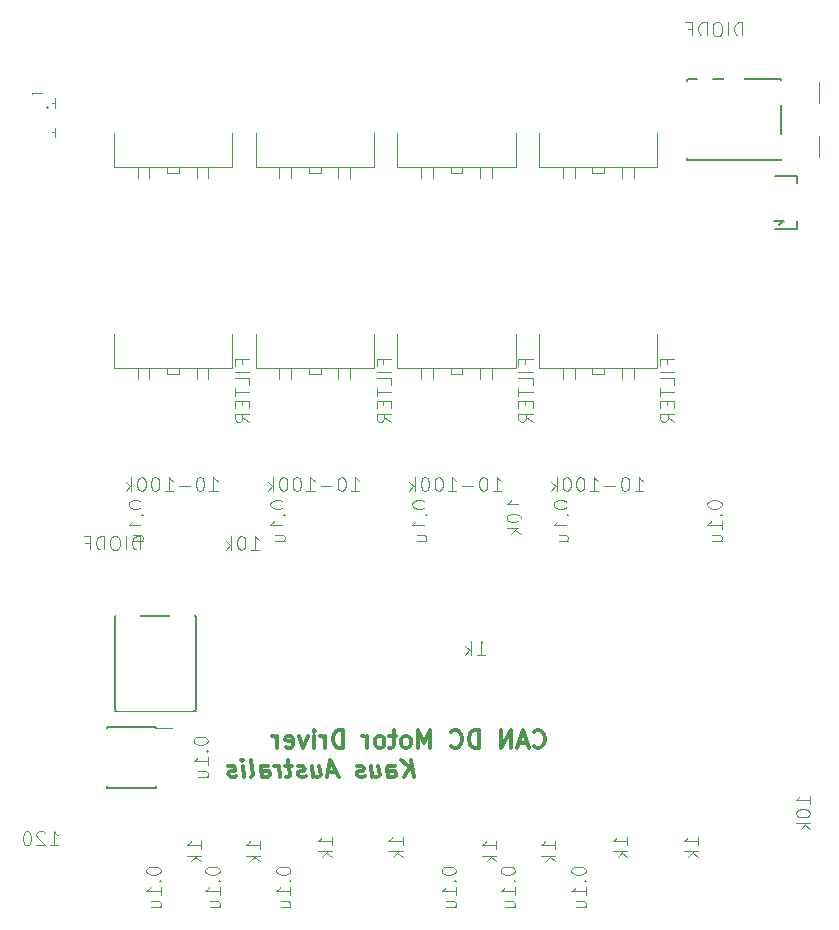
<source format=gbr>
G04 #@! TF.FileFunction,Legend,Bot*
%FSLAX46Y46*%
G04 Gerber Fmt 4.6, Leading zero omitted, Abs format (unit mm)*
G04 Created by KiCad (PCBNEW 4.0.6) date 04/15/17 20:28:12*
%MOMM*%
%LPD*%
G01*
G04 APERTURE LIST*
%ADD10C,0.100000*%
%ADD11C,0.300000*%
%ADD12C,0.150000*%
%ADD13C,0.101600*%
%ADD14R,2.200000X3.900000*%
%ADD15R,3.400000X3.900000*%
%ADD16R,10.400000X8.400000*%
%ADD17O,1.900000X2.900000*%
%ADD18C,3.400000*%
%ADD19O,2.900000X1.900000*%
%ADD20C,2.100000*%
%ADD21R,2.100000X2.100000*%
%ADD22R,1.950000X1.000000*%
%ADD23R,1.400000X1.200000*%
%ADD24R,3.448000X2.051000*%
%ADD25R,6.496000X6.496000*%
%ADD26C,1.700000*%
%ADD27R,1.700000X1.700000*%
%ADD28R,2.432000X2.432000*%
%ADD29O,2.432000X2.432000*%
%ADD30R,1.200000X1.400000*%
%ADD31O,1.400000X1.924000*%
%ADD32C,1.924000*%
%ADD33R,3.400000X6.900000*%
%ADD34R,6.851600X3.400000*%
%ADD35R,2.051000X3.448000*%
%ADD36R,2.000000X2.200000*%
%ADD37R,1.901140X1.400760*%
%ADD38R,3.399740X2.398980*%
%ADD39R,2.900000X6.900000*%
%ADD40R,2.400000X5.900000*%
%ADD41R,5.900000X2.400000*%
%ADD42C,0.026000*%
%ADD43C,0.254000*%
G04 APERTURE END LIST*
D10*
D11*
X38370535Y-66678571D02*
X38183035Y-65178571D01*
X37513392Y-66678571D02*
X38049107Y-65821429D01*
X37325892Y-65178571D02*
X38290178Y-66035714D01*
X36227678Y-66678571D02*
X36129464Y-65892857D01*
X36183036Y-65750000D01*
X36316964Y-65678571D01*
X36602678Y-65678571D01*
X36754464Y-65750000D01*
X36218750Y-66607143D02*
X36370535Y-66678571D01*
X36727678Y-66678571D01*
X36861607Y-66607143D01*
X36915179Y-66464286D01*
X36897322Y-66321429D01*
X36808035Y-66178571D01*
X36656250Y-66107143D01*
X36299107Y-66107143D01*
X36147321Y-66035714D01*
X34745535Y-65678571D02*
X34870535Y-66678571D01*
X35388392Y-65678571D02*
X35486607Y-66464286D01*
X35433036Y-66607143D01*
X35299106Y-66678571D01*
X35084821Y-66678571D01*
X34933036Y-66607143D01*
X34852678Y-66535714D01*
X34218750Y-66607143D02*
X34084821Y-66678571D01*
X33799106Y-66678571D01*
X33647321Y-66607143D01*
X33558036Y-66464286D01*
X33549107Y-66392857D01*
X33602678Y-66250000D01*
X33736606Y-66178571D01*
X33950892Y-66178571D01*
X34084821Y-66107143D01*
X34138393Y-65964286D01*
X34129464Y-65892857D01*
X34040178Y-65750000D01*
X33888392Y-65678571D01*
X33674106Y-65678571D01*
X33540178Y-65750000D01*
X31816964Y-66250000D02*
X31102678Y-66250000D01*
X32013392Y-66678571D02*
X31325892Y-65178571D01*
X31013392Y-66678571D01*
X29745535Y-65678571D02*
X29870535Y-66678571D01*
X30388392Y-65678571D02*
X30486607Y-66464286D01*
X30433036Y-66607143D01*
X30299106Y-66678571D01*
X30084821Y-66678571D01*
X29933036Y-66607143D01*
X29852678Y-66535714D01*
X29218750Y-66607143D02*
X29084821Y-66678571D01*
X28799106Y-66678571D01*
X28647321Y-66607143D01*
X28558036Y-66464286D01*
X28549107Y-66392857D01*
X28602678Y-66250000D01*
X28736606Y-66178571D01*
X28950892Y-66178571D01*
X29084821Y-66107143D01*
X29138393Y-65964286D01*
X29129464Y-65892857D01*
X29040178Y-65750000D01*
X28888392Y-65678571D01*
X28674106Y-65678571D01*
X28540178Y-65750000D01*
X28031249Y-65678571D02*
X27459820Y-65678571D01*
X27754463Y-65178571D02*
X27915178Y-66464286D01*
X27861607Y-66607143D01*
X27727677Y-66678571D01*
X27584820Y-66678571D01*
X27084820Y-66678571D02*
X26959820Y-65678571D01*
X26995535Y-65964286D02*
X26906250Y-65821429D01*
X26825892Y-65750000D01*
X26674106Y-65678571D01*
X26531249Y-65678571D01*
X25513392Y-66678571D02*
X25415178Y-65892857D01*
X25468750Y-65750000D01*
X25602678Y-65678571D01*
X25888392Y-65678571D01*
X26040178Y-65750000D01*
X25504464Y-66607143D02*
X25656249Y-66678571D01*
X26013392Y-66678571D01*
X26147321Y-66607143D01*
X26200893Y-66464286D01*
X26183036Y-66321429D01*
X26093749Y-66178571D01*
X25941964Y-66107143D01*
X25584821Y-66107143D01*
X25433035Y-66035714D01*
X24584820Y-66678571D02*
X24718750Y-66607143D01*
X24772321Y-66464286D01*
X24611606Y-65178571D01*
X24013392Y-66678571D02*
X23888392Y-65678571D01*
X23825892Y-65178571D02*
X23906250Y-65250000D01*
X23843750Y-65321429D01*
X23763393Y-65250000D01*
X23825892Y-65178571D01*
X23843750Y-65321429D01*
X23361607Y-66607143D02*
X23227678Y-66678571D01*
X22941963Y-66678571D01*
X22790178Y-66607143D01*
X22700893Y-66464286D01*
X22691964Y-66392857D01*
X22745535Y-66250000D01*
X22879463Y-66178571D01*
X23093749Y-66178571D01*
X23227678Y-66107143D01*
X23281250Y-65964286D01*
X23272321Y-65892857D01*
X23183035Y-65750000D01*
X23031249Y-65678571D01*
X22816963Y-65678571D01*
X22683035Y-65750000D01*
X48535713Y-64035714D02*
X48607142Y-64107143D01*
X48821428Y-64178571D01*
X48964285Y-64178571D01*
X49178570Y-64107143D01*
X49321428Y-63964286D01*
X49392856Y-63821429D01*
X49464285Y-63535714D01*
X49464285Y-63321429D01*
X49392856Y-63035714D01*
X49321428Y-62892857D01*
X49178570Y-62750000D01*
X48964285Y-62678571D01*
X48821428Y-62678571D01*
X48607142Y-62750000D01*
X48535713Y-62821429D01*
X47964285Y-63750000D02*
X47249999Y-63750000D01*
X48107142Y-64178571D02*
X47607142Y-62678571D01*
X47107142Y-64178571D01*
X46607142Y-64178571D02*
X46607142Y-62678571D01*
X45749999Y-64178571D01*
X45749999Y-62678571D01*
X43892856Y-64178571D02*
X43892856Y-62678571D01*
X43535713Y-62678571D01*
X43321428Y-62750000D01*
X43178570Y-62892857D01*
X43107142Y-63035714D01*
X43035713Y-63321429D01*
X43035713Y-63535714D01*
X43107142Y-63821429D01*
X43178570Y-63964286D01*
X43321428Y-64107143D01*
X43535713Y-64178571D01*
X43892856Y-64178571D01*
X41535713Y-64035714D02*
X41607142Y-64107143D01*
X41821428Y-64178571D01*
X41964285Y-64178571D01*
X42178570Y-64107143D01*
X42321428Y-63964286D01*
X42392856Y-63821429D01*
X42464285Y-63535714D01*
X42464285Y-63321429D01*
X42392856Y-63035714D01*
X42321428Y-62892857D01*
X42178570Y-62750000D01*
X41964285Y-62678571D01*
X41821428Y-62678571D01*
X41607142Y-62750000D01*
X41535713Y-62821429D01*
X39749999Y-64178571D02*
X39749999Y-62678571D01*
X39249999Y-63750000D01*
X38749999Y-62678571D01*
X38749999Y-64178571D01*
X37821427Y-64178571D02*
X37964285Y-64107143D01*
X38035713Y-64035714D01*
X38107142Y-63892857D01*
X38107142Y-63464286D01*
X38035713Y-63321429D01*
X37964285Y-63250000D01*
X37821427Y-63178571D01*
X37607142Y-63178571D01*
X37464285Y-63250000D01*
X37392856Y-63321429D01*
X37321427Y-63464286D01*
X37321427Y-63892857D01*
X37392856Y-64035714D01*
X37464285Y-64107143D01*
X37607142Y-64178571D01*
X37821427Y-64178571D01*
X36892856Y-63178571D02*
X36321427Y-63178571D01*
X36678570Y-62678571D02*
X36678570Y-63964286D01*
X36607142Y-64107143D01*
X36464284Y-64178571D01*
X36321427Y-64178571D01*
X35607141Y-64178571D02*
X35749999Y-64107143D01*
X35821427Y-64035714D01*
X35892856Y-63892857D01*
X35892856Y-63464286D01*
X35821427Y-63321429D01*
X35749999Y-63250000D01*
X35607141Y-63178571D01*
X35392856Y-63178571D01*
X35249999Y-63250000D01*
X35178570Y-63321429D01*
X35107141Y-63464286D01*
X35107141Y-63892857D01*
X35178570Y-64035714D01*
X35249999Y-64107143D01*
X35392856Y-64178571D01*
X35607141Y-64178571D01*
X34464284Y-64178571D02*
X34464284Y-63178571D01*
X34464284Y-63464286D02*
X34392856Y-63321429D01*
X34321427Y-63250000D01*
X34178570Y-63178571D01*
X34035713Y-63178571D01*
X32392856Y-64178571D02*
X32392856Y-62678571D01*
X32035713Y-62678571D01*
X31821428Y-62750000D01*
X31678570Y-62892857D01*
X31607142Y-63035714D01*
X31535713Y-63321429D01*
X31535713Y-63535714D01*
X31607142Y-63821429D01*
X31678570Y-63964286D01*
X31821428Y-64107143D01*
X32035713Y-64178571D01*
X32392856Y-64178571D01*
X30892856Y-64178571D02*
X30892856Y-63178571D01*
X30892856Y-63464286D02*
X30821428Y-63321429D01*
X30749999Y-63250000D01*
X30607142Y-63178571D01*
X30464285Y-63178571D01*
X29964285Y-64178571D02*
X29964285Y-63178571D01*
X29964285Y-62678571D02*
X30035714Y-62750000D01*
X29964285Y-62821429D01*
X29892857Y-62750000D01*
X29964285Y-62678571D01*
X29964285Y-62821429D01*
X29392856Y-63178571D02*
X29035713Y-64178571D01*
X28678571Y-63178571D01*
X27535714Y-64107143D02*
X27678571Y-64178571D01*
X27964285Y-64178571D01*
X28107142Y-64107143D01*
X28178571Y-63964286D01*
X28178571Y-63392857D01*
X28107142Y-63250000D01*
X27964285Y-63178571D01*
X27678571Y-63178571D01*
X27535714Y-63250000D01*
X27464285Y-63392857D01*
X27464285Y-63535714D01*
X28178571Y-63678571D01*
X26821428Y-64178571D02*
X26821428Y-63178571D01*
X26821428Y-63464286D02*
X26750000Y-63321429D01*
X26678571Y-63250000D01*
X26535714Y-63178571D01*
X26392857Y-63178571D01*
D10*
X30500000Y-15000000D02*
X30500000Y-15500000D01*
X30500000Y-15500000D02*
X29500000Y-15500000D01*
X29500000Y-15500000D02*
X29500000Y-15000000D01*
X28000000Y-15000000D02*
X28000000Y-19500000D01*
X28000000Y-19500000D02*
X27000000Y-19500000D01*
X27000000Y-19500000D02*
X27000000Y-15000000D01*
X33000000Y-15000000D02*
X33000000Y-19500000D01*
X33000000Y-19500000D02*
X32000000Y-19500000D01*
X32000000Y-19500000D02*
X32000000Y-15000000D01*
X25500000Y-4500000D02*
X34500000Y-4500000D01*
X34500000Y-4500000D02*
X35000000Y-5000000D01*
X25000000Y-5000000D02*
X25500000Y-4500000D01*
X25000000Y-6000000D02*
X25000000Y-5000000D01*
X35000000Y-6000000D02*
X35000000Y-5000000D01*
X35000000Y-6000000D02*
X35000000Y-15000000D01*
X25000000Y-6000000D02*
X35000000Y-6000000D01*
X25000000Y-15000000D02*
X25000000Y-6000000D01*
X25000000Y-15000000D02*
X35000000Y-15000000D01*
D12*
X16575000Y-62425000D02*
X16575000Y-62570000D01*
X12425000Y-62425000D02*
X12425000Y-62570000D01*
X12425000Y-67575000D02*
X12425000Y-67430000D01*
X16575000Y-67575000D02*
X16575000Y-67430000D01*
X16575000Y-62425000D02*
X12425000Y-62425000D01*
X16575000Y-67575000D02*
X12425000Y-67575000D01*
X16575000Y-62570000D02*
X17975000Y-62570000D01*
X69476000Y-12397000D02*
X72651000Y-12397000D01*
X72651000Y-12397000D02*
X72651000Y-14175000D01*
X72651000Y-14175000D02*
X69476000Y-14175000D01*
X69476000Y-7825000D02*
X72651000Y-7825000D01*
X72651000Y-7825000D02*
X72651000Y-9603000D01*
X72651000Y-9603000D02*
X69476000Y-9603000D01*
X63380000Y-14429000D02*
X69476000Y-14429000D01*
X69476000Y-14429000D02*
X69476000Y-7571000D01*
X69476000Y-7571000D02*
X61602000Y-7571000D01*
X61475000Y-7571000D02*
X61475000Y-14429000D01*
X61602000Y-14429000D02*
X63380000Y-14429000D01*
X17897000Y-53024000D02*
X17897000Y-49849000D01*
X17897000Y-49849000D02*
X19675000Y-49849000D01*
X19675000Y-49849000D02*
X19675000Y-53024000D01*
X13325000Y-53024000D02*
X13325000Y-49849000D01*
X13325000Y-49849000D02*
X15103000Y-49849000D01*
X15103000Y-49849000D02*
X15103000Y-53024000D01*
X19929000Y-59120000D02*
X19929000Y-53024000D01*
X19929000Y-53024000D02*
X13071000Y-53024000D01*
X13071000Y-53024000D02*
X13071000Y-60898000D01*
X13071000Y-61025000D02*
X19929000Y-61025000D01*
X19929000Y-60898000D02*
X19929000Y-59120000D01*
D10*
X18500000Y-32000000D02*
X18500000Y-32500000D01*
X18500000Y-32500000D02*
X17500000Y-32500000D01*
X17500000Y-32500000D02*
X17500000Y-32000000D01*
X16000000Y-32000000D02*
X16000000Y-36500000D01*
X16000000Y-36500000D02*
X15000000Y-36500000D01*
X15000000Y-36500000D02*
X15000000Y-32000000D01*
X21000000Y-32000000D02*
X21000000Y-36500000D01*
X21000000Y-36500000D02*
X20000000Y-36500000D01*
X20000000Y-36500000D02*
X20000000Y-32000000D01*
X13500000Y-21500000D02*
X22500000Y-21500000D01*
X22500000Y-21500000D02*
X23000000Y-22000000D01*
X13000000Y-22000000D02*
X13500000Y-21500000D01*
X13000000Y-23000000D02*
X13000000Y-22000000D01*
X23000000Y-23000000D02*
X23000000Y-22000000D01*
X23000000Y-23000000D02*
X23000000Y-32000000D01*
X13000000Y-23000000D02*
X23000000Y-23000000D01*
X13000000Y-32000000D02*
X13000000Y-23000000D01*
X13000000Y-32000000D02*
X23000000Y-32000000D01*
X30500000Y-32000000D02*
X30500000Y-32500000D01*
X30500000Y-32500000D02*
X29500000Y-32500000D01*
X29500000Y-32500000D02*
X29500000Y-32000000D01*
X28000000Y-32000000D02*
X28000000Y-36500000D01*
X28000000Y-36500000D02*
X27000000Y-36500000D01*
X27000000Y-36500000D02*
X27000000Y-32000000D01*
X33000000Y-32000000D02*
X33000000Y-36500000D01*
X33000000Y-36500000D02*
X32000000Y-36500000D01*
X32000000Y-36500000D02*
X32000000Y-32000000D01*
X25500000Y-21500000D02*
X34500000Y-21500000D01*
X34500000Y-21500000D02*
X35000000Y-22000000D01*
X25000000Y-22000000D02*
X25500000Y-21500000D01*
X25000000Y-23000000D02*
X25000000Y-22000000D01*
X35000000Y-23000000D02*
X35000000Y-22000000D01*
X35000000Y-23000000D02*
X35000000Y-32000000D01*
X25000000Y-23000000D02*
X35000000Y-23000000D01*
X25000000Y-32000000D02*
X25000000Y-23000000D01*
X25000000Y-32000000D02*
X35000000Y-32000000D01*
X42500000Y-15000000D02*
X42500000Y-15500000D01*
X42500000Y-15500000D02*
X41500000Y-15500000D01*
X41500000Y-15500000D02*
X41500000Y-15000000D01*
X40000000Y-15000000D02*
X40000000Y-19500000D01*
X40000000Y-19500000D02*
X39000000Y-19500000D01*
X39000000Y-19500000D02*
X39000000Y-15000000D01*
X45000000Y-15000000D02*
X45000000Y-19500000D01*
X45000000Y-19500000D02*
X44000000Y-19500000D01*
X44000000Y-19500000D02*
X44000000Y-15000000D01*
X37500000Y-4500000D02*
X46500000Y-4500000D01*
X46500000Y-4500000D02*
X47000000Y-5000000D01*
X37000000Y-5000000D02*
X37500000Y-4500000D01*
X37000000Y-6000000D02*
X37000000Y-5000000D01*
X47000000Y-6000000D02*
X47000000Y-5000000D01*
X47000000Y-6000000D02*
X47000000Y-15000000D01*
X37000000Y-6000000D02*
X47000000Y-6000000D01*
X37000000Y-15000000D02*
X37000000Y-6000000D01*
X37000000Y-15000000D02*
X47000000Y-15000000D01*
X42500000Y-32000000D02*
X42500000Y-32500000D01*
X42500000Y-32500000D02*
X41500000Y-32500000D01*
X41500000Y-32500000D02*
X41500000Y-32000000D01*
X40000000Y-32000000D02*
X40000000Y-36500000D01*
X40000000Y-36500000D02*
X39000000Y-36500000D01*
X39000000Y-36500000D02*
X39000000Y-32000000D01*
X45000000Y-32000000D02*
X45000000Y-36500000D01*
X45000000Y-36500000D02*
X44000000Y-36500000D01*
X44000000Y-36500000D02*
X44000000Y-32000000D01*
X37500000Y-21500000D02*
X46500000Y-21500000D01*
X46500000Y-21500000D02*
X47000000Y-22000000D01*
X37000000Y-22000000D02*
X37500000Y-21500000D01*
X37000000Y-23000000D02*
X37000000Y-22000000D01*
X47000000Y-23000000D02*
X47000000Y-22000000D01*
X47000000Y-23000000D02*
X47000000Y-32000000D01*
X37000000Y-23000000D02*
X47000000Y-23000000D01*
X37000000Y-32000000D02*
X37000000Y-23000000D01*
X37000000Y-32000000D02*
X47000000Y-32000000D01*
X54500000Y-32000000D02*
X54500000Y-32500000D01*
X54500000Y-32500000D02*
X53500000Y-32500000D01*
X53500000Y-32500000D02*
X53500000Y-32000000D01*
X52000000Y-32000000D02*
X52000000Y-36500000D01*
X52000000Y-36500000D02*
X51000000Y-36500000D01*
X51000000Y-36500000D02*
X51000000Y-32000000D01*
X57000000Y-32000000D02*
X57000000Y-36500000D01*
X57000000Y-36500000D02*
X56000000Y-36500000D01*
X56000000Y-36500000D02*
X56000000Y-32000000D01*
X49500000Y-21500000D02*
X58500000Y-21500000D01*
X58500000Y-21500000D02*
X59000000Y-22000000D01*
X49000000Y-22000000D02*
X49500000Y-21500000D01*
X49000000Y-23000000D02*
X49000000Y-22000000D01*
X59000000Y-23000000D02*
X59000000Y-22000000D01*
X59000000Y-23000000D02*
X59000000Y-32000000D01*
X49000000Y-23000000D02*
X59000000Y-23000000D01*
X49000000Y-32000000D02*
X49000000Y-23000000D01*
X49000000Y-32000000D02*
X59000000Y-32000000D01*
X54500000Y-15000000D02*
X54500000Y-15500000D01*
X54500000Y-15500000D02*
X53500000Y-15500000D01*
X53500000Y-15500000D02*
X53500000Y-15000000D01*
X52000000Y-15000000D02*
X52000000Y-19500000D01*
X52000000Y-19500000D02*
X51000000Y-19500000D01*
X51000000Y-19500000D02*
X51000000Y-15000000D01*
X57000000Y-15000000D02*
X57000000Y-19500000D01*
X57000000Y-19500000D02*
X56000000Y-19500000D01*
X56000000Y-19500000D02*
X56000000Y-15000000D01*
X49500000Y-4500000D02*
X58500000Y-4500000D01*
X58500000Y-4500000D02*
X59000000Y-5000000D01*
X49000000Y-5000000D02*
X49500000Y-4500000D01*
X49000000Y-6000000D02*
X49000000Y-5000000D01*
X59000000Y-6000000D02*
X59000000Y-5000000D01*
X59000000Y-6000000D02*
X59000000Y-15000000D01*
X49000000Y-6000000D02*
X59000000Y-6000000D01*
X49000000Y-15000000D02*
X49000000Y-6000000D01*
X49000000Y-15000000D02*
X59000000Y-15000000D01*
D12*
X69299340Y-19899920D02*
X69599060Y-19651000D01*
X69599060Y-19651000D02*
X69748920Y-19549400D01*
X69748920Y-19549400D02*
X68900560Y-19549400D01*
X70800480Y-20250440D02*
X68999620Y-20250440D01*
X70800480Y-20250440D02*
X70800480Y-19600200D01*
X70800480Y-15749560D02*
X68999620Y-15749560D01*
X70800480Y-15749560D02*
X70800480Y-16399800D01*
D10*
X18500000Y-15000000D02*
X18500000Y-15500000D01*
X18500000Y-15500000D02*
X17500000Y-15500000D01*
X17500000Y-15500000D02*
X17500000Y-15000000D01*
X16000000Y-15000000D02*
X16000000Y-19500000D01*
X16000000Y-19500000D02*
X15000000Y-19500000D01*
X15000000Y-19500000D02*
X15000000Y-15000000D01*
X21000000Y-15000000D02*
X21000000Y-19500000D01*
X21000000Y-19500000D02*
X20000000Y-19500000D01*
X20000000Y-19500000D02*
X20000000Y-15000000D01*
X13500000Y-4500000D02*
X22500000Y-4500000D01*
X22500000Y-4500000D02*
X23000000Y-5000000D01*
X13000000Y-5000000D02*
X13500000Y-4500000D01*
X13000000Y-6000000D02*
X13000000Y-5000000D01*
X23000000Y-6000000D02*
X23000000Y-5000000D01*
X23000000Y-6000000D02*
X23000000Y-15000000D01*
X13000000Y-6000000D02*
X23000000Y-6000000D01*
X13000000Y-15000000D02*
X13000000Y-6000000D01*
X13000000Y-15000000D02*
X23000000Y-15000000D01*
D13*
X21080762Y-42442548D02*
X21770190Y-42442548D01*
X21425476Y-42442548D02*
X21425476Y-41236048D01*
X21540381Y-41408405D01*
X21655286Y-41523310D01*
X21770190Y-41580762D01*
X20333881Y-41236048D02*
X20218976Y-41236048D01*
X20104071Y-41293500D01*
X20046619Y-41350952D01*
X19989166Y-41465857D01*
X19931714Y-41695667D01*
X19931714Y-41982929D01*
X19989166Y-42212738D01*
X20046619Y-42327643D01*
X20104071Y-42385095D01*
X20218976Y-42442548D01*
X20333881Y-42442548D01*
X20448785Y-42385095D01*
X20506238Y-42327643D01*
X20563690Y-42212738D01*
X20621142Y-41982929D01*
X20621142Y-41695667D01*
X20563690Y-41465857D01*
X20506238Y-41350952D01*
X20448785Y-41293500D01*
X20333881Y-41236048D01*
X19414642Y-41982929D02*
X18495404Y-41982929D01*
X17288904Y-42442548D02*
X17978332Y-42442548D01*
X17633618Y-42442548D02*
X17633618Y-41236048D01*
X17748523Y-41408405D01*
X17863428Y-41523310D01*
X17978332Y-41580762D01*
X16542023Y-41236048D02*
X16427118Y-41236048D01*
X16312213Y-41293500D01*
X16254761Y-41350952D01*
X16197308Y-41465857D01*
X16139856Y-41695667D01*
X16139856Y-41982929D01*
X16197308Y-42212738D01*
X16254761Y-42327643D01*
X16312213Y-42385095D01*
X16427118Y-42442548D01*
X16542023Y-42442548D01*
X16656927Y-42385095D01*
X16714380Y-42327643D01*
X16771832Y-42212738D01*
X16829284Y-41982929D01*
X16829284Y-41695667D01*
X16771832Y-41465857D01*
X16714380Y-41350952D01*
X16656927Y-41293500D01*
X16542023Y-41236048D01*
X15392975Y-41236048D02*
X15278070Y-41236048D01*
X15163165Y-41293500D01*
X15105713Y-41350952D01*
X15048260Y-41465857D01*
X14990808Y-41695667D01*
X14990808Y-41982929D01*
X15048260Y-42212738D01*
X15105713Y-42327643D01*
X15163165Y-42385095D01*
X15278070Y-42442548D01*
X15392975Y-42442548D01*
X15507879Y-42385095D01*
X15565332Y-42327643D01*
X15622784Y-42212738D01*
X15680236Y-41982929D01*
X15680236Y-41695667D01*
X15622784Y-41465857D01*
X15565332Y-41350952D01*
X15507879Y-41293500D01*
X15392975Y-41236048D01*
X14473736Y-42442548D02*
X14473736Y-41236048D01*
X14358831Y-41982929D02*
X14014117Y-42442548D01*
X14014117Y-41638214D02*
X14473736Y-42097833D01*
X26236048Y-43517071D02*
X26236048Y-43631976D01*
X26293500Y-43746881D01*
X26350952Y-43804333D01*
X26465857Y-43861786D01*
X26695667Y-43919238D01*
X26982929Y-43919238D01*
X27212738Y-43861786D01*
X27327643Y-43804333D01*
X27385095Y-43746881D01*
X27442548Y-43631976D01*
X27442548Y-43517071D01*
X27385095Y-43402167D01*
X27327643Y-43344714D01*
X27212738Y-43287262D01*
X26982929Y-43229810D01*
X26695667Y-43229810D01*
X26465857Y-43287262D01*
X26350952Y-43344714D01*
X26293500Y-43402167D01*
X26236048Y-43517071D01*
X27327643Y-44436310D02*
X27385095Y-44493762D01*
X27442548Y-44436310D01*
X27385095Y-44378858D01*
X27327643Y-44436310D01*
X27442548Y-44436310D01*
X27442548Y-45642810D02*
X27442548Y-44953382D01*
X27442548Y-45298096D02*
X26236048Y-45298096D01*
X26408405Y-45183191D01*
X26523310Y-45068286D01*
X26580762Y-44953382D01*
X26638214Y-46676953D02*
X27442548Y-46676953D01*
X26638214Y-46159882D02*
X27270190Y-46159882D01*
X27385095Y-46217334D01*
X27442548Y-46332239D01*
X27442548Y-46504596D01*
X27385095Y-46619501D01*
X27327643Y-46676953D01*
X50236048Y-43517071D02*
X50236048Y-43631976D01*
X50293500Y-43746881D01*
X50350952Y-43804333D01*
X50465857Y-43861786D01*
X50695667Y-43919238D01*
X50982929Y-43919238D01*
X51212738Y-43861786D01*
X51327643Y-43804333D01*
X51385095Y-43746881D01*
X51442548Y-43631976D01*
X51442548Y-43517071D01*
X51385095Y-43402167D01*
X51327643Y-43344714D01*
X51212738Y-43287262D01*
X50982929Y-43229810D01*
X50695667Y-43229810D01*
X50465857Y-43287262D01*
X50350952Y-43344714D01*
X50293500Y-43402167D01*
X50236048Y-43517071D01*
X51327643Y-44436310D02*
X51385095Y-44493762D01*
X51442548Y-44436310D01*
X51385095Y-44378858D01*
X51327643Y-44436310D01*
X51442548Y-44436310D01*
X51442548Y-45642810D02*
X51442548Y-44953382D01*
X51442548Y-45298096D02*
X50236048Y-45298096D01*
X50408405Y-45183191D01*
X50523310Y-45068286D01*
X50580762Y-44953382D01*
X50638214Y-46676953D02*
X51442548Y-46676953D01*
X50638214Y-46159882D02*
X51270190Y-46159882D01*
X51385095Y-46217334D01*
X51442548Y-46332239D01*
X51442548Y-46504596D01*
X51385095Y-46619501D01*
X51327643Y-46676953D01*
X38236048Y-43517071D02*
X38236048Y-43631976D01*
X38293500Y-43746881D01*
X38350952Y-43804333D01*
X38465857Y-43861786D01*
X38695667Y-43919238D01*
X38982929Y-43919238D01*
X39212738Y-43861786D01*
X39327643Y-43804333D01*
X39385095Y-43746881D01*
X39442548Y-43631976D01*
X39442548Y-43517071D01*
X39385095Y-43402167D01*
X39327643Y-43344714D01*
X39212738Y-43287262D01*
X38982929Y-43229810D01*
X38695667Y-43229810D01*
X38465857Y-43287262D01*
X38350952Y-43344714D01*
X38293500Y-43402167D01*
X38236048Y-43517071D01*
X39327643Y-44436310D02*
X39385095Y-44493762D01*
X39442548Y-44436310D01*
X39385095Y-44378858D01*
X39327643Y-44436310D01*
X39442548Y-44436310D01*
X39442548Y-45642810D02*
X39442548Y-44953382D01*
X39442548Y-45298096D02*
X38236048Y-45298096D01*
X38408405Y-45183191D01*
X38523310Y-45068286D01*
X38580762Y-44953382D01*
X38638214Y-46676953D02*
X39442548Y-46676953D01*
X38638214Y-46159882D02*
X39270190Y-46159882D01*
X39385095Y-46217334D01*
X39442548Y-46332239D01*
X39442548Y-46504596D01*
X39385095Y-46619501D01*
X39327643Y-46676953D01*
X71942548Y-68919238D02*
X71942548Y-68229810D01*
X71942548Y-68574524D02*
X70736048Y-68574524D01*
X70908405Y-68459619D01*
X71023310Y-68344714D01*
X71080762Y-68229810D01*
X70736048Y-69666119D02*
X70736048Y-69781024D01*
X70793500Y-69895929D01*
X70850952Y-69953381D01*
X70965857Y-70010834D01*
X71195667Y-70068286D01*
X71482929Y-70068286D01*
X71712738Y-70010834D01*
X71827643Y-69953381D01*
X71885095Y-69895929D01*
X71942548Y-69781024D01*
X71942548Y-69666119D01*
X71885095Y-69551215D01*
X71827643Y-69493762D01*
X71712738Y-69436310D01*
X71482929Y-69378858D01*
X71195667Y-69378858D01*
X70965857Y-69436310D01*
X70850952Y-69493762D01*
X70793500Y-69551215D01*
X70736048Y-69666119D01*
X71942548Y-70585358D02*
X70736048Y-70585358D01*
X71482929Y-70700263D02*
X71942548Y-71044977D01*
X71138214Y-71044977D02*
X71597833Y-70585358D01*
X43730762Y-56342548D02*
X44420190Y-56342548D01*
X44075476Y-56342548D02*
X44075476Y-55136048D01*
X44190381Y-55308405D01*
X44305286Y-55423310D01*
X44420190Y-55480762D01*
X43213690Y-56342548D02*
X43213690Y-55136048D01*
X43098785Y-55882929D02*
X42754071Y-56342548D01*
X42754071Y-55538214D02*
X43213690Y-55997833D01*
X33080762Y-42442548D02*
X33770190Y-42442548D01*
X33425476Y-42442548D02*
X33425476Y-41236048D01*
X33540381Y-41408405D01*
X33655286Y-41523310D01*
X33770190Y-41580762D01*
X32333881Y-41236048D02*
X32218976Y-41236048D01*
X32104071Y-41293500D01*
X32046619Y-41350952D01*
X31989166Y-41465857D01*
X31931714Y-41695667D01*
X31931714Y-41982929D01*
X31989166Y-42212738D01*
X32046619Y-42327643D01*
X32104071Y-42385095D01*
X32218976Y-42442548D01*
X32333881Y-42442548D01*
X32448785Y-42385095D01*
X32506238Y-42327643D01*
X32563690Y-42212738D01*
X32621142Y-41982929D01*
X32621142Y-41695667D01*
X32563690Y-41465857D01*
X32506238Y-41350952D01*
X32448785Y-41293500D01*
X32333881Y-41236048D01*
X31414642Y-41982929D02*
X30495404Y-41982929D01*
X29288904Y-42442548D02*
X29978332Y-42442548D01*
X29633618Y-42442548D02*
X29633618Y-41236048D01*
X29748523Y-41408405D01*
X29863428Y-41523310D01*
X29978332Y-41580762D01*
X28542023Y-41236048D02*
X28427118Y-41236048D01*
X28312213Y-41293500D01*
X28254761Y-41350952D01*
X28197308Y-41465857D01*
X28139856Y-41695667D01*
X28139856Y-41982929D01*
X28197308Y-42212738D01*
X28254761Y-42327643D01*
X28312213Y-42385095D01*
X28427118Y-42442548D01*
X28542023Y-42442548D01*
X28656927Y-42385095D01*
X28714380Y-42327643D01*
X28771832Y-42212738D01*
X28829284Y-41982929D01*
X28829284Y-41695667D01*
X28771832Y-41465857D01*
X28714380Y-41350952D01*
X28656927Y-41293500D01*
X28542023Y-41236048D01*
X27392975Y-41236048D02*
X27278070Y-41236048D01*
X27163165Y-41293500D01*
X27105713Y-41350952D01*
X27048260Y-41465857D01*
X26990808Y-41695667D01*
X26990808Y-41982929D01*
X27048260Y-42212738D01*
X27105713Y-42327643D01*
X27163165Y-42385095D01*
X27278070Y-42442548D01*
X27392975Y-42442548D01*
X27507879Y-42385095D01*
X27565332Y-42327643D01*
X27622784Y-42212738D01*
X27680236Y-41982929D01*
X27680236Y-41695667D01*
X27622784Y-41465857D01*
X27565332Y-41350952D01*
X27507879Y-41293500D01*
X27392975Y-41236048D01*
X26473736Y-42442548D02*
X26473736Y-41236048D01*
X26358831Y-41982929D02*
X26014117Y-42442548D01*
X26014117Y-41638214D02*
X26473736Y-42097833D01*
X57080762Y-42442548D02*
X57770190Y-42442548D01*
X57425476Y-42442548D02*
X57425476Y-41236048D01*
X57540381Y-41408405D01*
X57655286Y-41523310D01*
X57770190Y-41580762D01*
X56333881Y-41236048D02*
X56218976Y-41236048D01*
X56104071Y-41293500D01*
X56046619Y-41350952D01*
X55989166Y-41465857D01*
X55931714Y-41695667D01*
X55931714Y-41982929D01*
X55989166Y-42212738D01*
X56046619Y-42327643D01*
X56104071Y-42385095D01*
X56218976Y-42442548D01*
X56333881Y-42442548D01*
X56448785Y-42385095D01*
X56506238Y-42327643D01*
X56563690Y-42212738D01*
X56621142Y-41982929D01*
X56621142Y-41695667D01*
X56563690Y-41465857D01*
X56506238Y-41350952D01*
X56448785Y-41293500D01*
X56333881Y-41236048D01*
X55414642Y-41982929D02*
X54495404Y-41982929D01*
X53288904Y-42442548D02*
X53978332Y-42442548D01*
X53633618Y-42442548D02*
X53633618Y-41236048D01*
X53748523Y-41408405D01*
X53863428Y-41523310D01*
X53978332Y-41580762D01*
X52542023Y-41236048D02*
X52427118Y-41236048D01*
X52312213Y-41293500D01*
X52254761Y-41350952D01*
X52197308Y-41465857D01*
X52139856Y-41695667D01*
X52139856Y-41982929D01*
X52197308Y-42212738D01*
X52254761Y-42327643D01*
X52312213Y-42385095D01*
X52427118Y-42442548D01*
X52542023Y-42442548D01*
X52656927Y-42385095D01*
X52714380Y-42327643D01*
X52771832Y-42212738D01*
X52829284Y-41982929D01*
X52829284Y-41695667D01*
X52771832Y-41465857D01*
X52714380Y-41350952D01*
X52656927Y-41293500D01*
X52542023Y-41236048D01*
X51392975Y-41236048D02*
X51278070Y-41236048D01*
X51163165Y-41293500D01*
X51105713Y-41350952D01*
X51048260Y-41465857D01*
X50990808Y-41695667D01*
X50990808Y-41982929D01*
X51048260Y-42212738D01*
X51105713Y-42327643D01*
X51163165Y-42385095D01*
X51278070Y-42442548D01*
X51392975Y-42442548D01*
X51507879Y-42385095D01*
X51565332Y-42327643D01*
X51622784Y-42212738D01*
X51680236Y-41982929D01*
X51680236Y-41695667D01*
X51622784Y-41465857D01*
X51565332Y-41350952D01*
X51507879Y-41293500D01*
X51392975Y-41236048D01*
X50473736Y-42442548D02*
X50473736Y-41236048D01*
X50358831Y-41982929D02*
X50014117Y-42442548D01*
X50014117Y-41638214D02*
X50473736Y-42097833D01*
X45080762Y-42442548D02*
X45770190Y-42442548D01*
X45425476Y-42442548D02*
X45425476Y-41236048D01*
X45540381Y-41408405D01*
X45655286Y-41523310D01*
X45770190Y-41580762D01*
X44333881Y-41236048D02*
X44218976Y-41236048D01*
X44104071Y-41293500D01*
X44046619Y-41350952D01*
X43989166Y-41465857D01*
X43931714Y-41695667D01*
X43931714Y-41982929D01*
X43989166Y-42212738D01*
X44046619Y-42327643D01*
X44104071Y-42385095D01*
X44218976Y-42442548D01*
X44333881Y-42442548D01*
X44448785Y-42385095D01*
X44506238Y-42327643D01*
X44563690Y-42212738D01*
X44621142Y-41982929D01*
X44621142Y-41695667D01*
X44563690Y-41465857D01*
X44506238Y-41350952D01*
X44448785Y-41293500D01*
X44333881Y-41236048D01*
X43414642Y-41982929D02*
X42495404Y-41982929D01*
X41288904Y-42442548D02*
X41978332Y-42442548D01*
X41633618Y-42442548D02*
X41633618Y-41236048D01*
X41748523Y-41408405D01*
X41863428Y-41523310D01*
X41978332Y-41580762D01*
X40542023Y-41236048D02*
X40427118Y-41236048D01*
X40312213Y-41293500D01*
X40254761Y-41350952D01*
X40197308Y-41465857D01*
X40139856Y-41695667D01*
X40139856Y-41982929D01*
X40197308Y-42212738D01*
X40254761Y-42327643D01*
X40312213Y-42385095D01*
X40427118Y-42442548D01*
X40542023Y-42442548D01*
X40656927Y-42385095D01*
X40714380Y-42327643D01*
X40771832Y-42212738D01*
X40829284Y-41982929D01*
X40829284Y-41695667D01*
X40771832Y-41465857D01*
X40714380Y-41350952D01*
X40656927Y-41293500D01*
X40542023Y-41236048D01*
X39392975Y-41236048D02*
X39278070Y-41236048D01*
X39163165Y-41293500D01*
X39105713Y-41350952D01*
X39048260Y-41465857D01*
X38990808Y-41695667D01*
X38990808Y-41982929D01*
X39048260Y-42212738D01*
X39105713Y-42327643D01*
X39163165Y-42385095D01*
X39278070Y-42442548D01*
X39392975Y-42442548D01*
X39507879Y-42385095D01*
X39565332Y-42327643D01*
X39622784Y-42212738D01*
X39680236Y-41982929D01*
X39680236Y-41695667D01*
X39622784Y-41465857D01*
X39565332Y-41350952D01*
X39507879Y-41293500D01*
X39392975Y-41236048D01*
X38473736Y-42442548D02*
X38473736Y-41236048D01*
X38358831Y-41982929D02*
X38014117Y-42442548D01*
X38014117Y-41638214D02*
X38473736Y-42097833D01*
X7580762Y-72442548D02*
X8270190Y-72442548D01*
X7925476Y-72442548D02*
X7925476Y-71236048D01*
X8040381Y-71408405D01*
X8155286Y-71523310D01*
X8270190Y-71580762D01*
X7121142Y-71350952D02*
X7063690Y-71293500D01*
X6948785Y-71236048D01*
X6661523Y-71236048D01*
X6546619Y-71293500D01*
X6489166Y-71350952D01*
X6431714Y-71465857D01*
X6431714Y-71580762D01*
X6489166Y-71753119D01*
X7178595Y-72442548D01*
X6431714Y-72442548D01*
X5684833Y-71236048D02*
X5569928Y-71236048D01*
X5455023Y-71293500D01*
X5397571Y-71350952D01*
X5340118Y-71465857D01*
X5282666Y-71695667D01*
X5282666Y-71982929D01*
X5340118Y-72212738D01*
X5397571Y-72327643D01*
X5455023Y-72385095D01*
X5569928Y-72442548D01*
X5684833Y-72442548D01*
X5799737Y-72385095D01*
X5857190Y-72327643D01*
X5914642Y-72212738D01*
X5972094Y-71982929D01*
X5972094Y-71695667D01*
X5914642Y-71465857D01*
X5857190Y-71350952D01*
X5799737Y-71293500D01*
X5684833Y-71236048D01*
X35810571Y-31689429D02*
X35810571Y-31287262D01*
X36442548Y-31287262D02*
X35236048Y-31287262D01*
X35236048Y-31861786D01*
X36442548Y-32321405D02*
X35236048Y-32321405D01*
X36442548Y-33470453D02*
X36442548Y-32895929D01*
X35236048Y-32895929D01*
X35236048Y-33700262D02*
X35236048Y-34389690D01*
X36442548Y-34044976D02*
X35236048Y-34044976D01*
X35810571Y-34791857D02*
X35810571Y-35194024D01*
X36442548Y-35366381D02*
X36442548Y-34791857D01*
X35236048Y-34791857D01*
X35236048Y-35366381D01*
X36442548Y-36572880D02*
X35868024Y-36170714D01*
X36442548Y-35883452D02*
X35236048Y-35883452D01*
X35236048Y-36343071D01*
X35293500Y-36457976D01*
X35350952Y-36515428D01*
X35465857Y-36572880D01*
X35638214Y-36572880D01*
X35753119Y-36515428D01*
X35810571Y-36457976D01*
X35868024Y-36343071D01*
X35868024Y-35883452D01*
X23810571Y-31689429D02*
X23810571Y-31287262D01*
X24442548Y-31287262D02*
X23236048Y-31287262D01*
X23236048Y-31861786D01*
X24442548Y-32321405D02*
X23236048Y-32321405D01*
X24442548Y-33470453D02*
X24442548Y-32895929D01*
X23236048Y-32895929D01*
X23236048Y-33700262D02*
X23236048Y-34389690D01*
X24442548Y-34044976D02*
X23236048Y-34044976D01*
X23810571Y-34791857D02*
X23810571Y-35194024D01*
X24442548Y-35366381D02*
X24442548Y-34791857D01*
X23236048Y-34791857D01*
X23236048Y-35366381D01*
X24442548Y-36572880D02*
X23868024Y-36170714D01*
X24442548Y-35883452D02*
X23236048Y-35883452D01*
X23236048Y-36343071D01*
X23293500Y-36457976D01*
X23350952Y-36515428D01*
X23465857Y-36572880D01*
X23638214Y-36572880D01*
X23753119Y-36515428D01*
X23810571Y-36457976D01*
X23868024Y-36343071D01*
X23868024Y-35883452D01*
X59810571Y-31689429D02*
X59810571Y-31287262D01*
X60442548Y-31287262D02*
X59236048Y-31287262D01*
X59236048Y-31861786D01*
X60442548Y-32321405D02*
X59236048Y-32321405D01*
X60442548Y-33470453D02*
X60442548Y-32895929D01*
X59236048Y-32895929D01*
X59236048Y-33700262D02*
X59236048Y-34389690D01*
X60442548Y-34044976D02*
X59236048Y-34044976D01*
X59810571Y-34791857D02*
X59810571Y-35194024D01*
X60442548Y-35366381D02*
X60442548Y-34791857D01*
X59236048Y-34791857D01*
X59236048Y-35366381D01*
X60442548Y-36572880D02*
X59868024Y-36170714D01*
X60442548Y-35883452D02*
X59236048Y-35883452D01*
X59236048Y-36343071D01*
X59293500Y-36457976D01*
X59350952Y-36515428D01*
X59465857Y-36572880D01*
X59638214Y-36572880D01*
X59753119Y-36515428D01*
X59810571Y-36457976D01*
X59868024Y-36343071D01*
X59868024Y-35883452D01*
X47810571Y-31689429D02*
X47810571Y-31287262D01*
X48442548Y-31287262D02*
X47236048Y-31287262D01*
X47236048Y-31861786D01*
X48442548Y-32321405D02*
X47236048Y-32321405D01*
X48442548Y-33470453D02*
X48442548Y-32895929D01*
X47236048Y-32895929D01*
X47236048Y-33700262D02*
X47236048Y-34389690D01*
X48442548Y-34044976D02*
X47236048Y-34044976D01*
X47810571Y-34791857D02*
X47810571Y-35194024D01*
X48442548Y-35366381D02*
X48442548Y-34791857D01*
X47236048Y-34791857D01*
X47236048Y-35366381D01*
X48442548Y-36572880D02*
X47868024Y-36170714D01*
X48442548Y-35883452D02*
X47236048Y-35883452D01*
X47236048Y-36343071D01*
X47293500Y-36457976D01*
X47350952Y-36515428D01*
X47465857Y-36572880D01*
X47638214Y-36572880D01*
X47753119Y-36515428D01*
X47810571Y-36457976D01*
X47868024Y-36343071D01*
X47868024Y-35883452D01*
X19736048Y-63517071D02*
X19736048Y-63631976D01*
X19793500Y-63746881D01*
X19850952Y-63804333D01*
X19965857Y-63861786D01*
X20195667Y-63919238D01*
X20482929Y-63919238D01*
X20712738Y-63861786D01*
X20827643Y-63804333D01*
X20885095Y-63746881D01*
X20942548Y-63631976D01*
X20942548Y-63517071D01*
X20885095Y-63402167D01*
X20827643Y-63344714D01*
X20712738Y-63287262D01*
X20482929Y-63229810D01*
X20195667Y-63229810D01*
X19965857Y-63287262D01*
X19850952Y-63344714D01*
X19793500Y-63402167D01*
X19736048Y-63517071D01*
X20827643Y-64436310D02*
X20885095Y-64493762D01*
X20942548Y-64436310D01*
X20885095Y-64378858D01*
X20827643Y-64436310D01*
X20942548Y-64436310D01*
X20942548Y-65642810D02*
X20942548Y-64953382D01*
X20942548Y-65298096D02*
X19736048Y-65298096D01*
X19908405Y-65183191D01*
X20023310Y-65068286D01*
X20080762Y-64953382D01*
X20138214Y-66676953D02*
X20942548Y-66676953D01*
X20138214Y-66159882D02*
X20770190Y-66159882D01*
X20885095Y-66217334D01*
X20942548Y-66332239D01*
X20942548Y-66504596D01*
X20885095Y-66619501D01*
X20827643Y-66676953D01*
X47442548Y-43919238D02*
X47442548Y-43229810D01*
X47442548Y-43574524D02*
X46236048Y-43574524D01*
X46408405Y-43459619D01*
X46523310Y-43344714D01*
X46580762Y-43229810D01*
X46236048Y-44666119D02*
X46236048Y-44781024D01*
X46293500Y-44895929D01*
X46350952Y-44953381D01*
X46465857Y-45010834D01*
X46695667Y-45068286D01*
X46982929Y-45068286D01*
X47212738Y-45010834D01*
X47327643Y-44953381D01*
X47385095Y-44895929D01*
X47442548Y-44781024D01*
X47442548Y-44666119D01*
X47385095Y-44551215D01*
X47327643Y-44493762D01*
X47212738Y-44436310D01*
X46982929Y-44378858D01*
X46695667Y-44378858D01*
X46465857Y-44436310D01*
X46350952Y-44493762D01*
X46293500Y-44551215D01*
X46236048Y-44666119D01*
X47442548Y-45585358D02*
X46236048Y-45585358D01*
X46982929Y-45700263D02*
X47442548Y-46044977D01*
X46638214Y-46044977D02*
X47097833Y-45585358D01*
X31442548Y-72419238D02*
X31442548Y-71729810D01*
X31442548Y-72074524D02*
X30236048Y-72074524D01*
X30408405Y-71959619D01*
X30523310Y-71844714D01*
X30580762Y-71729810D01*
X31442548Y-72936310D02*
X30236048Y-72936310D01*
X30982929Y-73051215D02*
X31442548Y-73395929D01*
X30638214Y-73395929D02*
X31097833Y-72936310D01*
X37442548Y-72419238D02*
X37442548Y-71729810D01*
X37442548Y-72074524D02*
X36236048Y-72074524D01*
X36408405Y-71959619D01*
X36523310Y-71844714D01*
X36580762Y-71729810D01*
X37442548Y-72936310D02*
X36236048Y-72936310D01*
X36982929Y-73051215D02*
X37442548Y-73395929D01*
X36638214Y-73395929D02*
X37097833Y-72936310D01*
X56442548Y-72419238D02*
X56442548Y-71729810D01*
X56442548Y-72074524D02*
X55236048Y-72074524D01*
X55408405Y-71959619D01*
X55523310Y-71844714D01*
X55580762Y-71729810D01*
X56442548Y-72936310D02*
X55236048Y-72936310D01*
X55982929Y-73051215D02*
X56442548Y-73395929D01*
X55638214Y-73395929D02*
X56097833Y-72936310D01*
X62442548Y-72419238D02*
X62442548Y-71729810D01*
X62442548Y-72074524D02*
X61236048Y-72074524D01*
X61408405Y-71959619D01*
X61523310Y-71844714D01*
X61580762Y-71729810D01*
X62442548Y-72936310D02*
X61236048Y-72936310D01*
X61982929Y-73051215D02*
X62442548Y-73395929D01*
X61638214Y-73395929D02*
X62097833Y-72936310D01*
X14236048Y-43517071D02*
X14236048Y-43631976D01*
X14293500Y-43746881D01*
X14350952Y-43804333D01*
X14465857Y-43861786D01*
X14695667Y-43919238D01*
X14982929Y-43919238D01*
X15212738Y-43861786D01*
X15327643Y-43804333D01*
X15385095Y-43746881D01*
X15442548Y-43631976D01*
X15442548Y-43517071D01*
X15385095Y-43402167D01*
X15327643Y-43344714D01*
X15212738Y-43287262D01*
X14982929Y-43229810D01*
X14695667Y-43229810D01*
X14465857Y-43287262D01*
X14350952Y-43344714D01*
X14293500Y-43402167D01*
X14236048Y-43517071D01*
X15327643Y-44436310D02*
X15385095Y-44493762D01*
X15442548Y-44436310D01*
X15385095Y-44378858D01*
X15327643Y-44436310D01*
X15442548Y-44436310D01*
X15442548Y-45642810D02*
X15442548Y-44953382D01*
X15442548Y-45298096D02*
X14236048Y-45298096D01*
X14408405Y-45183191D01*
X14523310Y-45068286D01*
X14580762Y-44953382D01*
X14638214Y-46676953D02*
X15442548Y-46676953D01*
X14638214Y-46159882D02*
X15270190Y-46159882D01*
X15385095Y-46217334D01*
X15442548Y-46332239D01*
X15442548Y-46504596D01*
X15385095Y-46619501D01*
X15327643Y-46676953D01*
X24580762Y-47442548D02*
X25270190Y-47442548D01*
X24925476Y-47442548D02*
X24925476Y-46236048D01*
X25040381Y-46408405D01*
X25155286Y-46523310D01*
X25270190Y-46580762D01*
X23833881Y-46236048D02*
X23718976Y-46236048D01*
X23604071Y-46293500D01*
X23546619Y-46350952D01*
X23489166Y-46465857D01*
X23431714Y-46695667D01*
X23431714Y-46982929D01*
X23489166Y-47212738D01*
X23546619Y-47327643D01*
X23604071Y-47385095D01*
X23718976Y-47442548D01*
X23833881Y-47442548D01*
X23948785Y-47385095D01*
X24006238Y-47327643D01*
X24063690Y-47212738D01*
X24121142Y-46982929D01*
X24121142Y-46695667D01*
X24063690Y-46465857D01*
X24006238Y-46350952D01*
X23948785Y-46293500D01*
X23833881Y-46236048D01*
X22914642Y-47442548D02*
X22914642Y-46236048D01*
X22799737Y-46982929D02*
X22455023Y-47442548D01*
X22455023Y-46638214D02*
X22914642Y-47097833D01*
X15212738Y-47442548D02*
X15212738Y-46236048D01*
X14925476Y-46236048D01*
X14753119Y-46293500D01*
X14638214Y-46408405D01*
X14580762Y-46523310D01*
X14523310Y-46753119D01*
X14523310Y-46925476D01*
X14580762Y-47155286D01*
X14638214Y-47270190D01*
X14753119Y-47385095D01*
X14925476Y-47442548D01*
X15212738Y-47442548D01*
X14006238Y-47442548D02*
X14006238Y-46236048D01*
X13201905Y-46236048D02*
X12972095Y-46236048D01*
X12857190Y-46293500D01*
X12742286Y-46408405D01*
X12684833Y-46638214D01*
X12684833Y-47040381D01*
X12742286Y-47270190D01*
X12857190Y-47385095D01*
X12972095Y-47442548D01*
X13201905Y-47442548D01*
X13316809Y-47385095D01*
X13431714Y-47270190D01*
X13489166Y-47040381D01*
X13489166Y-46638214D01*
X13431714Y-46408405D01*
X13316809Y-46293500D01*
X13201905Y-46236048D01*
X12167762Y-47442548D02*
X12167762Y-46236048D01*
X11880500Y-46236048D01*
X11708143Y-46293500D01*
X11593238Y-46408405D01*
X11535786Y-46523310D01*
X11478334Y-46753119D01*
X11478334Y-46925476D01*
X11535786Y-47155286D01*
X11593238Y-47270190D01*
X11708143Y-47385095D01*
X11880500Y-47442548D01*
X12167762Y-47442548D01*
X10961262Y-46810571D02*
X10559095Y-46810571D01*
X10386738Y-47442548D02*
X10961262Y-47442548D01*
X10961262Y-46236048D01*
X10386738Y-46236048D01*
X66212738Y-3942548D02*
X66212738Y-2736048D01*
X65925476Y-2736048D01*
X65753119Y-2793500D01*
X65638214Y-2908405D01*
X65580762Y-3023310D01*
X65523310Y-3253119D01*
X65523310Y-3425476D01*
X65580762Y-3655286D01*
X65638214Y-3770190D01*
X65753119Y-3885095D01*
X65925476Y-3942548D01*
X66212738Y-3942548D01*
X65006238Y-3942548D02*
X65006238Y-2736048D01*
X64201905Y-2736048D02*
X63972095Y-2736048D01*
X63857190Y-2793500D01*
X63742286Y-2908405D01*
X63684833Y-3138214D01*
X63684833Y-3540381D01*
X63742286Y-3770190D01*
X63857190Y-3885095D01*
X63972095Y-3942548D01*
X64201905Y-3942548D01*
X64316809Y-3885095D01*
X64431714Y-3770190D01*
X64489166Y-3540381D01*
X64489166Y-3138214D01*
X64431714Y-2908405D01*
X64316809Y-2793500D01*
X64201905Y-2736048D01*
X63167762Y-3942548D02*
X63167762Y-2736048D01*
X62880500Y-2736048D01*
X62708143Y-2793500D01*
X62593238Y-2908405D01*
X62535786Y-3023310D01*
X62478334Y-3253119D01*
X62478334Y-3425476D01*
X62535786Y-3655286D01*
X62593238Y-3770190D01*
X62708143Y-3885095D01*
X62880500Y-3942548D01*
X63167762Y-3942548D01*
X61961262Y-3310571D02*
X61559095Y-3310571D01*
X61386738Y-3942548D02*
X61961262Y-3942548D01*
X61961262Y-2736048D01*
X61386738Y-2736048D01*
X63236048Y-43517071D02*
X63236048Y-43631976D01*
X63293500Y-43746881D01*
X63350952Y-43804333D01*
X63465857Y-43861786D01*
X63695667Y-43919238D01*
X63982929Y-43919238D01*
X64212738Y-43861786D01*
X64327643Y-43804333D01*
X64385095Y-43746881D01*
X64442548Y-43631976D01*
X64442548Y-43517071D01*
X64385095Y-43402167D01*
X64327643Y-43344714D01*
X64212738Y-43287262D01*
X63982929Y-43229810D01*
X63695667Y-43229810D01*
X63465857Y-43287262D01*
X63350952Y-43344714D01*
X63293500Y-43402167D01*
X63236048Y-43517071D01*
X64327643Y-44436310D02*
X64385095Y-44493762D01*
X64442548Y-44436310D01*
X64385095Y-44378858D01*
X64327643Y-44436310D01*
X64442548Y-44436310D01*
X64442548Y-45642810D02*
X64442548Y-44953382D01*
X64442548Y-45298096D02*
X63236048Y-45298096D01*
X63408405Y-45183191D01*
X63523310Y-45068286D01*
X63580762Y-44953382D01*
X63638214Y-46676953D02*
X64442548Y-46676953D01*
X63638214Y-46159882D02*
X64270190Y-46159882D01*
X64385095Y-46217334D01*
X64442548Y-46332239D01*
X64442548Y-46504596D01*
X64385095Y-46619501D01*
X64327643Y-46676953D01*
X20347548Y-72784238D02*
X20347548Y-72094810D01*
X20347548Y-72439524D02*
X19141048Y-72439524D01*
X19313405Y-72324619D01*
X19428310Y-72209714D01*
X19485762Y-72094810D01*
X20347548Y-73301310D02*
X19141048Y-73301310D01*
X19887929Y-73416215D02*
X20347548Y-73760929D01*
X19543214Y-73760929D02*
X20002833Y-73301310D01*
X25347548Y-72784238D02*
X25347548Y-72094810D01*
X25347548Y-72439524D02*
X24141048Y-72439524D01*
X24313405Y-72324619D01*
X24428310Y-72209714D01*
X24485762Y-72094810D01*
X25347548Y-73301310D02*
X24141048Y-73301310D01*
X24887929Y-73416215D02*
X25347548Y-73760929D01*
X24543214Y-73760929D02*
X25002833Y-73301310D01*
X45347548Y-72784238D02*
X45347548Y-72094810D01*
X45347548Y-72439524D02*
X44141048Y-72439524D01*
X44313405Y-72324619D01*
X44428310Y-72209714D01*
X44485762Y-72094810D01*
X45347548Y-73301310D02*
X44141048Y-73301310D01*
X44887929Y-73416215D02*
X45347548Y-73760929D01*
X44543214Y-73760929D02*
X45002833Y-73301310D01*
X50347548Y-72784238D02*
X50347548Y-72094810D01*
X50347548Y-72439524D02*
X49141048Y-72439524D01*
X49313405Y-72324619D01*
X49428310Y-72209714D01*
X49485762Y-72094810D01*
X50347548Y-73301310D02*
X49141048Y-73301310D01*
X49887929Y-73416215D02*
X50347548Y-73760929D01*
X49543214Y-73760929D02*
X50002833Y-73301310D01*
X26736048Y-74517071D02*
X26736048Y-74631976D01*
X26793500Y-74746881D01*
X26850952Y-74804333D01*
X26965857Y-74861786D01*
X27195667Y-74919238D01*
X27482929Y-74919238D01*
X27712738Y-74861786D01*
X27827643Y-74804333D01*
X27885095Y-74746881D01*
X27942548Y-74631976D01*
X27942548Y-74517071D01*
X27885095Y-74402167D01*
X27827643Y-74344714D01*
X27712738Y-74287262D01*
X27482929Y-74229810D01*
X27195667Y-74229810D01*
X26965857Y-74287262D01*
X26850952Y-74344714D01*
X26793500Y-74402167D01*
X26736048Y-74517071D01*
X27827643Y-75436310D02*
X27885095Y-75493762D01*
X27942548Y-75436310D01*
X27885095Y-75378858D01*
X27827643Y-75436310D01*
X27942548Y-75436310D01*
X27942548Y-76642810D02*
X27942548Y-75953382D01*
X27942548Y-76298096D02*
X26736048Y-76298096D01*
X26908405Y-76183191D01*
X27023310Y-76068286D01*
X27080762Y-75953382D01*
X27138214Y-77676953D02*
X27942548Y-77676953D01*
X27138214Y-77159882D02*
X27770190Y-77159882D01*
X27885095Y-77217334D01*
X27942548Y-77332239D01*
X27942548Y-77504596D01*
X27885095Y-77619501D01*
X27827643Y-77676953D01*
X51736048Y-74517071D02*
X51736048Y-74631976D01*
X51793500Y-74746881D01*
X51850952Y-74804333D01*
X51965857Y-74861786D01*
X52195667Y-74919238D01*
X52482929Y-74919238D01*
X52712738Y-74861786D01*
X52827643Y-74804333D01*
X52885095Y-74746881D01*
X52942548Y-74631976D01*
X52942548Y-74517071D01*
X52885095Y-74402167D01*
X52827643Y-74344714D01*
X52712738Y-74287262D01*
X52482929Y-74229810D01*
X52195667Y-74229810D01*
X51965857Y-74287262D01*
X51850952Y-74344714D01*
X51793500Y-74402167D01*
X51736048Y-74517071D01*
X52827643Y-75436310D02*
X52885095Y-75493762D01*
X52942548Y-75436310D01*
X52885095Y-75378858D01*
X52827643Y-75436310D01*
X52942548Y-75436310D01*
X52942548Y-76642810D02*
X52942548Y-75953382D01*
X52942548Y-76298096D02*
X51736048Y-76298096D01*
X51908405Y-76183191D01*
X52023310Y-76068286D01*
X52080762Y-75953382D01*
X52138214Y-77676953D02*
X52942548Y-77676953D01*
X52138214Y-77159882D02*
X52770190Y-77159882D01*
X52885095Y-77217334D01*
X52942548Y-77332239D01*
X52942548Y-77504596D01*
X52885095Y-77619501D01*
X52827643Y-77676953D01*
X15736048Y-74517071D02*
X15736048Y-74631976D01*
X15793500Y-74746881D01*
X15850952Y-74804333D01*
X15965857Y-74861786D01*
X16195667Y-74919238D01*
X16482929Y-74919238D01*
X16712738Y-74861786D01*
X16827643Y-74804333D01*
X16885095Y-74746881D01*
X16942548Y-74631976D01*
X16942548Y-74517071D01*
X16885095Y-74402167D01*
X16827643Y-74344714D01*
X16712738Y-74287262D01*
X16482929Y-74229810D01*
X16195667Y-74229810D01*
X15965857Y-74287262D01*
X15850952Y-74344714D01*
X15793500Y-74402167D01*
X15736048Y-74517071D01*
X16827643Y-75436310D02*
X16885095Y-75493762D01*
X16942548Y-75436310D01*
X16885095Y-75378858D01*
X16827643Y-75436310D01*
X16942548Y-75436310D01*
X16942548Y-76642810D02*
X16942548Y-75953382D01*
X16942548Y-76298096D02*
X15736048Y-76298096D01*
X15908405Y-76183191D01*
X16023310Y-76068286D01*
X16080762Y-75953382D01*
X16138214Y-77676953D02*
X16942548Y-77676953D01*
X16138214Y-77159882D02*
X16770190Y-77159882D01*
X16885095Y-77217334D01*
X16942548Y-77332239D01*
X16942548Y-77504596D01*
X16885095Y-77619501D01*
X16827643Y-77676953D01*
X20736048Y-74517071D02*
X20736048Y-74631976D01*
X20793500Y-74746881D01*
X20850952Y-74804333D01*
X20965857Y-74861786D01*
X21195667Y-74919238D01*
X21482929Y-74919238D01*
X21712738Y-74861786D01*
X21827643Y-74804333D01*
X21885095Y-74746881D01*
X21942548Y-74631976D01*
X21942548Y-74517071D01*
X21885095Y-74402167D01*
X21827643Y-74344714D01*
X21712738Y-74287262D01*
X21482929Y-74229810D01*
X21195667Y-74229810D01*
X20965857Y-74287262D01*
X20850952Y-74344714D01*
X20793500Y-74402167D01*
X20736048Y-74517071D01*
X21827643Y-75436310D02*
X21885095Y-75493762D01*
X21942548Y-75436310D01*
X21885095Y-75378858D01*
X21827643Y-75436310D01*
X21942548Y-75436310D01*
X21942548Y-76642810D02*
X21942548Y-75953382D01*
X21942548Y-76298096D02*
X20736048Y-76298096D01*
X20908405Y-76183191D01*
X21023310Y-76068286D01*
X21080762Y-75953382D01*
X21138214Y-77676953D02*
X21942548Y-77676953D01*
X21138214Y-77159882D02*
X21770190Y-77159882D01*
X21885095Y-77217334D01*
X21942548Y-77332239D01*
X21942548Y-77504596D01*
X21885095Y-77619501D01*
X21827643Y-77676953D01*
X40736048Y-74517071D02*
X40736048Y-74631976D01*
X40793500Y-74746881D01*
X40850952Y-74804333D01*
X40965857Y-74861786D01*
X41195667Y-74919238D01*
X41482929Y-74919238D01*
X41712738Y-74861786D01*
X41827643Y-74804333D01*
X41885095Y-74746881D01*
X41942548Y-74631976D01*
X41942548Y-74517071D01*
X41885095Y-74402167D01*
X41827643Y-74344714D01*
X41712738Y-74287262D01*
X41482929Y-74229810D01*
X41195667Y-74229810D01*
X40965857Y-74287262D01*
X40850952Y-74344714D01*
X40793500Y-74402167D01*
X40736048Y-74517071D01*
X41827643Y-75436310D02*
X41885095Y-75493762D01*
X41942548Y-75436310D01*
X41885095Y-75378858D01*
X41827643Y-75436310D01*
X41942548Y-75436310D01*
X41942548Y-76642810D02*
X41942548Y-75953382D01*
X41942548Y-76298096D02*
X40736048Y-76298096D01*
X40908405Y-76183191D01*
X41023310Y-76068286D01*
X41080762Y-75953382D01*
X41138214Y-77676953D02*
X41942548Y-77676953D01*
X41138214Y-77159882D02*
X41770190Y-77159882D01*
X41885095Y-77217334D01*
X41942548Y-77332239D01*
X41942548Y-77504596D01*
X41885095Y-77619501D01*
X41827643Y-77676953D01*
X45736048Y-74517071D02*
X45736048Y-74631976D01*
X45793500Y-74746881D01*
X45850952Y-74804333D01*
X45965857Y-74861786D01*
X46195667Y-74919238D01*
X46482929Y-74919238D01*
X46712738Y-74861786D01*
X46827643Y-74804333D01*
X46885095Y-74746881D01*
X46942548Y-74631976D01*
X46942548Y-74517071D01*
X46885095Y-74402167D01*
X46827643Y-74344714D01*
X46712738Y-74287262D01*
X46482929Y-74229810D01*
X46195667Y-74229810D01*
X45965857Y-74287262D01*
X45850952Y-74344714D01*
X45793500Y-74402167D01*
X45736048Y-74517071D01*
X46827643Y-75436310D02*
X46885095Y-75493762D01*
X46942548Y-75436310D01*
X46885095Y-75378858D01*
X46827643Y-75436310D01*
X46942548Y-75436310D01*
X46942548Y-76642810D02*
X46942548Y-75953382D01*
X46942548Y-76298096D02*
X45736048Y-76298096D01*
X45908405Y-76183191D01*
X46023310Y-76068286D01*
X46080762Y-75953382D01*
X46138214Y-77676953D02*
X46942548Y-77676953D01*
X46138214Y-77159882D02*
X46770190Y-77159882D01*
X46885095Y-77217334D01*
X46942548Y-77332239D01*
X46942548Y-77504596D01*
X46885095Y-77619501D01*
X46827643Y-77676953D01*
X7965667Y-11678214D02*
X7965667Y-12482548D01*
X8252929Y-11218595D02*
X8540190Y-12080381D01*
X7793310Y-12080381D01*
X7333690Y-12367643D02*
X7276238Y-12425095D01*
X7333690Y-12482548D01*
X7391142Y-12425095D01*
X7333690Y-12367643D01*
X7333690Y-12482548D01*
X6874071Y-11276048D02*
X6069738Y-11276048D01*
X6586809Y-12482548D01*
X5093047Y-11678214D02*
X5093047Y-12482548D01*
X5610118Y-11678214D02*
X5610118Y-12310190D01*
X5552666Y-12425095D01*
X5437761Y-12482548D01*
X5265404Y-12482548D01*
X5150499Y-12425095D01*
X5093047Y-12367643D01*
X7965667Y-9178214D02*
X7965667Y-9982548D01*
X8252929Y-8718595D02*
X8540190Y-9580381D01*
X7793310Y-9580381D01*
X7333690Y-9867643D02*
X7276238Y-9925095D01*
X7333690Y-9982548D01*
X7391142Y-9925095D01*
X7333690Y-9867643D01*
X7333690Y-9982548D01*
X6874071Y-8776048D02*
X6069738Y-8776048D01*
X6586809Y-9982548D01*
X5093047Y-9178214D02*
X5093047Y-9982548D01*
X5610118Y-9178214D02*
X5610118Y-9810190D01*
X5552666Y-9925095D01*
X5437761Y-9982548D01*
X5265404Y-9982548D01*
X5150499Y-9925095D01*
X5093047Y-9867643D01*
%LPC*%
D14*
X32540000Y-18000000D03*
D15*
X27460000Y-18000000D03*
D16*
X30000000Y-8000000D03*
D17*
X52500000Y-70000000D03*
X55000000Y-70000000D03*
X57500000Y-70000000D03*
X60000000Y-70000000D03*
D18*
X56250000Y-76500000D03*
D17*
X15000000Y-70000000D03*
X17500000Y-70000000D03*
X20000000Y-70000000D03*
X22500000Y-70000000D03*
D18*
X18750000Y-76500000D03*
D19*
X9000000Y-58500000D03*
X9000000Y-61000000D03*
X9000000Y-63500000D03*
X9000000Y-66000000D03*
D18*
X2500000Y-62250000D03*
D20*
X4000000Y-31500000D03*
D21*
X9000000Y-31500000D03*
D22*
X17200000Y-63095000D03*
X17200000Y-64365000D03*
X17200000Y-65635000D03*
X17200000Y-66905000D03*
X11800000Y-66905000D03*
X11800000Y-65635000D03*
X11800000Y-64365000D03*
X11800000Y-63095000D03*
D23*
X20000000Y-45400000D03*
X20000000Y-43600000D03*
D24*
X71000000Y-8714000D03*
D25*
X64650000Y-11000000D03*
D24*
X71000000Y-13286000D03*
D26*
X16500000Y-50500000D03*
D27*
X16500000Y-48000000D03*
D28*
X1500000Y-70500000D03*
D29*
X4040000Y-70500000D03*
D23*
X28000000Y-43600000D03*
X28000000Y-45400000D03*
X52000000Y-43600000D03*
X52000000Y-45400000D03*
X40000000Y-43600000D03*
X40000000Y-45400000D03*
X70000000Y-68350000D03*
X70000000Y-70150000D03*
D30*
X46650000Y-55500000D03*
X44850000Y-55500000D03*
D23*
X32000000Y-45400000D03*
X32000000Y-43600000D03*
X56000000Y-45400000D03*
X56000000Y-43600000D03*
X44000000Y-45400000D03*
X44000000Y-43600000D03*
D30*
X7900000Y-70500000D03*
X6100000Y-70500000D03*
D23*
X34500000Y-33100000D03*
X34500000Y-34900000D03*
X22500000Y-33100000D03*
X22500000Y-34900000D03*
X58500000Y-33100000D03*
X58500000Y-34900000D03*
X46500000Y-33100000D03*
X46500000Y-34900000D03*
X19000000Y-64100000D03*
X19000000Y-65900000D03*
X48000000Y-43600000D03*
X48000000Y-45400000D03*
X32500000Y-73400000D03*
X32500000Y-71600000D03*
X35000000Y-73400000D03*
X35000000Y-71600000D03*
X57500000Y-73400000D03*
X57500000Y-71600000D03*
X60000000Y-73400000D03*
X60000000Y-71600000D03*
X16000000Y-43600000D03*
X16000000Y-45400000D03*
X24000000Y-43600000D03*
X24000000Y-45400000D03*
D31*
X71500000Y-67250000D03*
X70000000Y-67250000D03*
X68500000Y-67250000D03*
X67000000Y-67250000D03*
X65500000Y-67250000D03*
X64000000Y-67250000D03*
D32*
X71810000Y-62540000D03*
X71810000Y-60000000D03*
X71810000Y-57460000D03*
X64190000Y-57460000D03*
X64190000Y-60000000D03*
X64190000Y-62540000D03*
D19*
X9000000Y-46000000D03*
X9000000Y-48500000D03*
X9000000Y-51000000D03*
X9000000Y-53500000D03*
D18*
X2500000Y-49750000D03*
D33*
X9800000Y-12000000D03*
D34*
X4100000Y-12400000D03*
D35*
X14214000Y-51500000D03*
D25*
X16500000Y-57850000D03*
D35*
X18786000Y-51500000D03*
D14*
X20540000Y-35000000D03*
D15*
X15460000Y-35000000D03*
D16*
X18000000Y-25000000D03*
D14*
X32540000Y-35000000D03*
D15*
X27460000Y-35000000D03*
D16*
X30000000Y-25000000D03*
D14*
X44540000Y-18000000D03*
D15*
X39460000Y-18000000D03*
D16*
X42000000Y-8000000D03*
D14*
X44540000Y-35000000D03*
D15*
X39460000Y-35000000D03*
D16*
X42000000Y-25000000D03*
D14*
X56540000Y-35000000D03*
D15*
X51460000Y-35000000D03*
D16*
X54000000Y-25000000D03*
D14*
X56540000Y-18000000D03*
D15*
X51460000Y-18000000D03*
D16*
X54000000Y-8000000D03*
D17*
X27500000Y-70000000D03*
X30000000Y-70000000D03*
X32500000Y-70000000D03*
X35000000Y-70000000D03*
D18*
X31250000Y-76500000D03*
D26*
X63000000Y-7000000D03*
D27*
X65500000Y-7000000D03*
D36*
X11400000Y-48500000D03*
X14600000Y-48500000D03*
X62400000Y-5000000D03*
X65600000Y-5000000D03*
D23*
X62500000Y-43600000D03*
X62500000Y-45400000D03*
D17*
X40000000Y-70000000D03*
X42500000Y-70000000D03*
X45000000Y-70000000D03*
X47500000Y-70000000D03*
D18*
X43750000Y-76500000D03*
D37*
X67648340Y-19501140D03*
X67648340Y-18000000D03*
X67648340Y-16498860D03*
D38*
X70599820Y-18000000D03*
D10*
G36*
X68176050Y-17299620D02*
X69325350Y-16799240D01*
X69325350Y-19200760D01*
X68176050Y-18700380D01*
X68176050Y-17299620D01*
X68176050Y-17299620D01*
G37*
D23*
X18500000Y-71600000D03*
X18500000Y-73400000D03*
X23500000Y-71600000D03*
X23500000Y-73400000D03*
X43500000Y-71600000D03*
X43500000Y-73400000D03*
X48500000Y-71600000D03*
X48500000Y-73400000D03*
X27500000Y-71600000D03*
X27500000Y-73400000D03*
X52500000Y-71600000D03*
X52500000Y-73400000D03*
X16500000Y-73400000D03*
X16500000Y-71600000D03*
X21500000Y-73400000D03*
X21500000Y-71600000D03*
X41500000Y-73400000D03*
X41500000Y-71600000D03*
X46500000Y-73400000D03*
X46500000Y-71600000D03*
D39*
X11300000Y-20500000D03*
D34*
X4100000Y-21400000D03*
D36*
X9100000Y-10000000D03*
X5900000Y-10000000D03*
X9100000Y-7500000D03*
X5900000Y-7500000D03*
D14*
X20540000Y-18000000D03*
D15*
X15460000Y-18000000D03*
D16*
X18000000Y-8000000D03*
D40*
X41700000Y-19000000D03*
D41*
X48900000Y-18100000D03*
D40*
X17700000Y-19000000D03*
D41*
X24900000Y-18100000D03*
D42*
G36*
X58987000Y-2487000D02*
X12000000Y-2487000D01*
X11994942Y-2488024D01*
X11990681Y-2490935D01*
X11987889Y-2495275D01*
X11987000Y-2500000D01*
X11987000Y-18987000D01*
X10513000Y-18987000D01*
X10513000Y-1013000D01*
X58987000Y-1013000D01*
X58987000Y-2487000D01*
X58987000Y-2487000D01*
G37*
X58987000Y-2487000D02*
X12000000Y-2487000D01*
X11994942Y-2488024D01*
X11990681Y-2490935D01*
X11987889Y-2495275D01*
X11987000Y-2500000D01*
X11987000Y-18987000D01*
X10513000Y-18987000D01*
X10513000Y-1013000D01*
X58987000Y-1013000D01*
X58987000Y-2487000D01*
D43*
G36*
X2373000Y-37000000D02*
X2383006Y-37049410D01*
X2411447Y-37091035D01*
X2453841Y-37118315D01*
X2500000Y-37127000D01*
X54373000Y-37127000D01*
X54373000Y-38373000D01*
X1127000Y-38373000D01*
X1127000Y-12627000D01*
X2373000Y-12627000D01*
X2373000Y-37000000D01*
X2373000Y-37000000D01*
G37*
X2373000Y-37000000D02*
X2383006Y-37049410D01*
X2411447Y-37091035D01*
X2453841Y-37118315D01*
X2500000Y-37127000D01*
X54373000Y-37127000D01*
X54373000Y-38373000D01*
X1127000Y-38373000D01*
X1127000Y-12627000D01*
X2373000Y-12627000D01*
X2373000Y-37000000D01*
D42*
G36*
X16987000Y-20987000D02*
X14013000Y-20987000D01*
X14013000Y-19513000D01*
X16987000Y-19513000D01*
X16987000Y-20987000D01*
X16987000Y-20987000D01*
G37*
X16987000Y-20987000D02*
X14013000Y-20987000D01*
X14013000Y-19513000D01*
X16987000Y-19513000D01*
X16987000Y-20987000D01*
G36*
X28987000Y-20987000D02*
X25013000Y-20987000D01*
X25013000Y-19013000D01*
X28987000Y-19013000D01*
X28987000Y-20987000D01*
X28987000Y-20987000D01*
G37*
X28987000Y-20987000D02*
X25013000Y-20987000D01*
X25013000Y-19013000D01*
X28987000Y-19013000D01*
X28987000Y-20987000D01*
G36*
X40987000Y-20987000D02*
X38013000Y-20987000D01*
X38013000Y-19513000D01*
X40987000Y-19513000D01*
X40987000Y-20987000D01*
X40987000Y-20987000D01*
G37*
X40987000Y-20987000D02*
X38013000Y-20987000D01*
X38013000Y-19513000D01*
X40987000Y-19513000D01*
X40987000Y-20987000D01*
G36*
X52987000Y-20987000D02*
X49013000Y-20987000D01*
X49013000Y-19013000D01*
X52987000Y-19013000D01*
X52987000Y-20987000D01*
X52987000Y-20987000D01*
G37*
X52987000Y-20987000D02*
X49013000Y-20987000D01*
X49013000Y-19013000D01*
X52987000Y-19013000D01*
X52987000Y-20987000D01*
M02*

</source>
